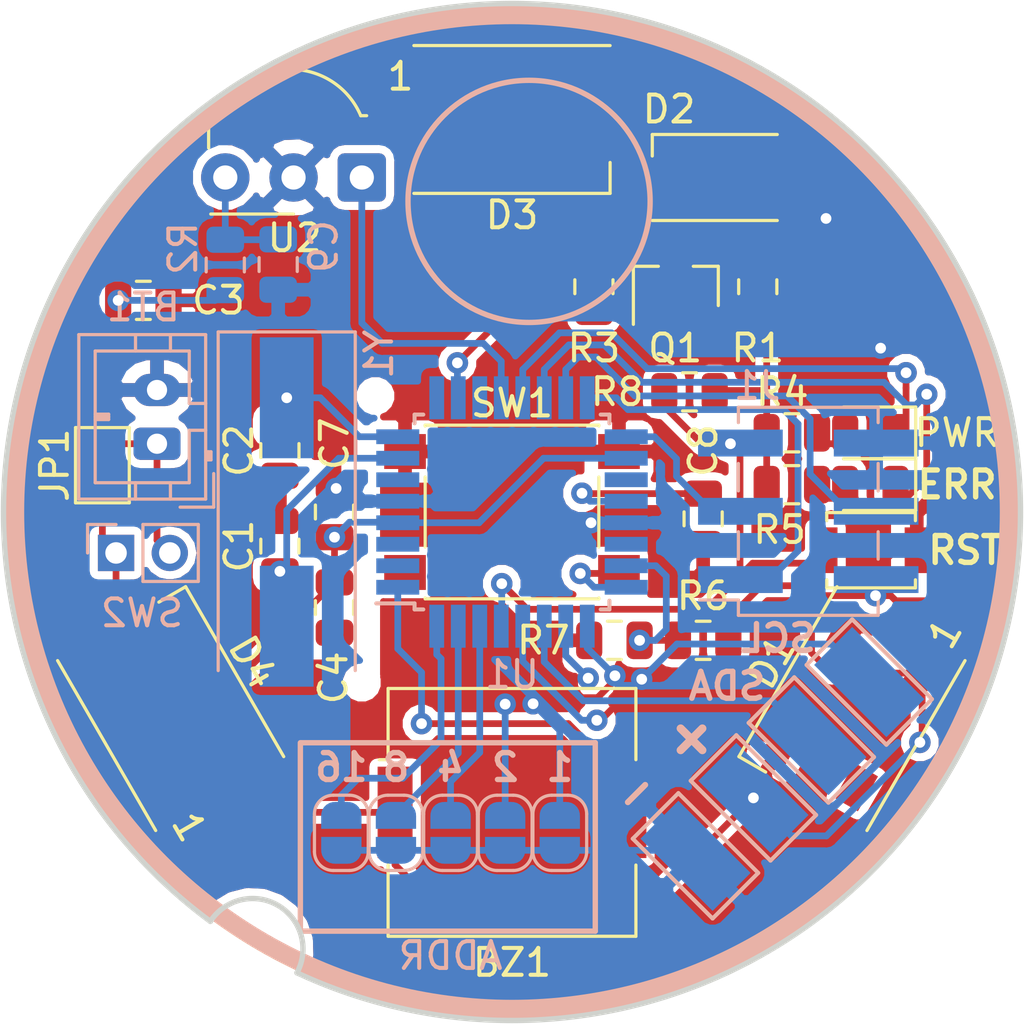
<source format=kicad_pcb>
(kicad_pcb (version 20171130) (host pcbnew 5.0.2+dfsg1-1~bpo9+1)
  (layers (0 F.Cu signal) (31 B.Cu signal) (34 B.Paste user) (35 F.Paste user) (36 B.SilkS user) (37 F.SilkS user) (38 B.Mask user) (39 F.Mask user) (44 Edge.Cuts user))
  (net 0 "")
  (net 1 "Net-(U1-Pad3)")
  (net 2 +BATT)
  (net 3 GND)
  (net 4 "Net-(U1-Pad6)")
  (net 5 "Net-(C1-Pad2)")
  (net 6 "Net-(C2-Pad1)")
  (net 7 "Net-(U1-Pad11)")
  (net 8 /MOSI)
  (net 9 /MISO)
  (net 10 /SCK)
  (net 11 "Net-(U1-Pad19)")
  (net 12 "Net-(U1-Pad22)")
  (net 13 "Net-(D1-Pad4)")
  (net 14 "Net-(D1-Pad2)")
  (net 15 "Net-(D3-Pad2)")
  (net 16 "Net-(D4-Pad2)")
  (net 17 "Net-(D2-Pad1)")
  (net 18 "Net-(D2-Pad2)")
  (net 19 /RESET)
  (net 20 "Net-(Q1-Pad1)")
  (net 21 "Net-(BT1-Pad1)")
  (net 22 "Net-(C8-Pad1)")
  (net 23 /SDA)
  (net 24 /SCL)
  (net 25 /BZR)
  (net 26 "Net-(JP5-Pad1)")
  (net 27 "Net-(JP6-Pad1)")
  (net 28 /IR_LED)
  (net 29 /IR_IN)
  (net 30 /BAT_SENS)
  (net 31 "Net-(JP2-Pad1)")
  (net 32 "Net-(JP3-Pad1)")
  (net 33 "Net-(JP4-Pad1)")
  (net 34 "Net-(C9-Pad1)")
  (net 35 /BTN)
  (net 36 "Net-(D6-Pad2)")
  (net 37 "Net-(D5-Pad2)")
  (net 38 "Net-(D6-Pad1)")
  (net 39 "Net-(D5-Pad1)")
  (net 40 "Net-(U1-Pad9)")
  (net 41 "Net-(U1-Pad2)")
  (module Buzzer_Beeper:Buzzer_Murata_PKMCS0909E4000-R1 (layer F.Cu) (at 152.4 81.026)
    (fp_text reference BZ1 (at 0 5.588) (layer F.SilkS))
    (fp_text value 490-9647-1-ND)
    (pad 2 smd rect (at 4.35 0) (size 1.3 3.4) (layers F.Cu F.Paste F.Mask) (net 25 /BZR))
    (pad 1 smd rect (at -4.35 0) (size 1.3 3.4) (layers F.Cu F.Paste F.Mask) (net 2 +BATT))
  )
  (module Resistor_SMD:R_0805_2012Metric (layer F.Cu) (at 159.004 65.3796)
    (fp_text reference R8 (at -2.6924 0) (layer F.SilkS))
    (fp_text value 100k)
    (pad 1 smd roundrect (at -0.9375 0) (size 0.975 1.4) (layers F.Cu F.Paste F.Mask) (net 19 /RESET))
    (pad 2 smd roundrect (at 0.9375 0) (size 0.975 1.4) (layers F.Cu F.Paste F.Mask) (net 2 +BATT))
  )
  (module Resistor_SMD:R_0805_2012Metric (layer F.Cu) (at 159.512 74.6252)
    (fp_text reference R6 (at 0 -1.65) (layer F.SilkS))
    (fp_text value 100k)
    (pad 2 smd roundrect (at 0.9375 0) (size 0.975 1.4) (layers F.Cu F.Paste F.Mask) (net 2 +BATT))
    (pad 1 smd roundrect (at -0.9375 0) (size 0.975 1.4) (layers F.Cu F.Paste F.Mask) (net 30 /BAT_SENS))
  )
  (module Resistor_SMD:R_0805_2012Metric (layer F.Cu) (at 156.21 74.6252 180)
    (fp_text reference R7 (at 2.6416 0 180) (layer F.SilkS))
    (fp_text value 30k)
    (pad 1 smd roundrect (at -0.9375 0 180) (size 0.975 1.4) (layers F.Cu F.Paste F.Mask) (net 30 /BAT_SENS))
    (pad 2 smd roundrect (at 0.9375 0 180) (size 0.975 1.4) (layers F.Cu F.Paste F.Mask) (net 3 GND))
  )
  (module Button_Switch_SMD:SW_SPST_B3U-1000P (layer F.Cu) (at 165.7604 71.2724 180)
    (fp_text reference SW3 hide)
    (fp_text value SW_Push)
    (pad 1 smd rect (at -1.7 0 180) (size 0.9 1.7) (layers F.Cu F.Paste F.Mask) (net 3 GND))
    (pad 2 smd rect (at 1.7 0 180) (size 0.9 1.7) (layers F.Cu F.Paste F.Mask) (net 19 /RESET))
  )
  (module LED_SMD:LED_0805_2012Metric (layer F.Cu) (at 165.735 68.834 180)
    (fp_text reference D6 hide)
    (fp_text value LED)
    (pad 2 smd roundrect (at 0.9375 0 180) (size 0.975 1.4) (layers F.Cu F.Paste F.Mask) (net 36 "Net-(D6-Pad2)"))
    (pad 1 smd roundrect (at -0.9375 0 180) (size 0.975 1.4) (layers F.Cu F.Paste F.Mask) (net 38 "Net-(D6-Pad1)"))
  )
  (module LED_SMD:LED_0805_2012Metric (layer F.Cu) (at 165.735 66.9036 180)
    (fp_text reference D5 hide)
    (fp_text value LED)
    (pad 1 smd roundrect (at -0.9375 0 180) (size 0.975 1.4) (layers F.Cu F.Paste F.Mask) (net 39 "Net-(D5-Pad1)"))
    (pad 2 smd roundrect (at 0.9375 0 180) (size 0.975 1.4) (layers F.Cu F.Paste F.Mask) (net 37 "Net-(D5-Pad2)"))
  )
  (module Resistor_SMD:R_0805_2012Metric (layer F.Cu) (at 162.814 66.9036)
    (fp_text reference R4 (at -0.3556 -1.524 180) (layer F.SilkS))
    (fp_text value 470R)
    (pad 2 smd roundrect (at 0.9375 0) (size 0.975 1.4) (layers F.Cu F.Paste F.Mask) (net 37 "Net-(D5-Pad2)"))
    (pad 1 smd roundrect (at -0.9375 0) (size 0.975 1.4) (layers F.Cu F.Paste F.Mask) (net 2 +BATT))
  )
  (module Resistor_SMD:R_0805_2012Metric (layer F.Cu) (at 162.814 68.834)
    (fp_text reference R5 (at -0.4572 1.6764) (layer F.SilkS))
    (fp_text value 470R)
    (pad 1 smd roundrect (at -0.9375 0) (size 0.975 1.4) (layers F.Cu F.Paste F.Mask) (net 2 +BATT))
    (pad 2 smd roundrect (at 0.9375 0) (size 0.975 1.4) (layers F.Cu F.Paste F.Mask) (net 36 "Net-(D6-Pad2)"))
  )
  (module Logo:Logo (layer B.Cu) (at 153.035 58.293)
    (fp_text reference SYM1 hide)
    (fp_text value SYM_Radioactive_Radiation_Small hide)
  )
  (module Resistor_SMD:R_0805_2012Metric (layer F.Cu) (at 155.448 61.468 90)
    (fp_text reference R3 (at -2.286 0 180) (layer F.SilkS))
    (fp_text value 470R)
    (pad 2 smd roundrect (at 0.9375 0 90) (size 0.975 1.4) (layers F.Cu F.Paste F.Mask) (net 28 /IR_LED))
    (pad 1 smd roundrect (at -0.9375 0 90) (size 0.975 1.4) (layers F.Cu F.Paste F.Mask) (net 20 "Net-(Q1-Pad1)"))
  )
  (module Connector_PinHeader_2.54mm:PinHeader_2x03_P2.54mm_Vertical_SMD (layer B.Cu) (at 163.4236 69.8246)
    (fp_text reference J1 (at -1.905 -4.6736) (layer B.SilkS) (effects (justify mirror)))
    (fp_text value Conn_02x03_Odd_Even)
    (pad 6 smd rect (at 2.525 -2.54) (size 3.15 1) (layers B.Cu B.Paste B.Mask) (net 3 GND))
    (pad 5 smd rect (at -2.525 -2.54) (size 3.15 1) (layers B.Cu B.Paste B.Mask) (net 19 /RESET))
    (pad 4 smd rect (at 2.525 0) (size 3.15 1) (layers B.Cu B.Paste B.Mask) (net 8 /MOSI))
    (pad 3 smd rect (at -2.525 0) (size 3.15 1) (layers B.Cu B.Paste B.Mask) (net 10 /SCK))
    (pad 2 smd rect (at 2.525 2.54) (size 3.15 1) (layers B.Cu B.Paste B.Mask) (net 2 +BATT))
    (pad 1 smd rect (at -2.525 2.54) (size 3.15 1) (layers B.Cu B.Paste B.Mask) (net 9 /MISO))
  )
  (module Capacitor_SMD:C_0805_2012Metric (layer B.Cu) (at 143.7005 60.6425 270)
    (fp_text reference C9 (at -0.6731 -1.6891 270) (layer B.SilkS) (effects (justify mirror)))
    (fp_text value 1uF)
    (pad 2 smd roundrect (at 0.9375 0 270) (size 0.975 1.4) (layers B.Cu B.Paste B.Mask) (net 3 GND))
    (pad 1 smd roundrect (at -0.9375 0 270) (size 0.975 1.4) (layers B.Cu B.Paste B.Mask) (net 34 "Net-(C9-Pad1)"))
  )
  (module Resistor_SMD:R_0805_2012Metric (layer B.Cu) (at 141.732 60.657499 90)
    (fp_text reference R2 (at 0.611899 -1.5748 90) (layer B.SilkS) (effects (justify mirror)))
    (fp_text value 100R)
    (pad 2 smd roundrect (at 0.9375 0 90) (size 0.975 1.4) (layers B.Cu B.Paste B.Mask) (net 34 "Net-(C9-Pad1)"))
    (pad 1 smd roundrect (at -0.9375 0 90) (size 0.975 1.4) (layers B.Cu B.Paste B.Mask) (net 2 +BATT))
  )
  (module Jumper:SolderJumper-2_P1.3mm_Open_RoundedPad1.0x1.5mm (layer B.Cu) (at 154.178 81.788 270)
    (fp_text reference JP2 hide)
    (fp_text value SolderJumper_2_Open)
    (pad 2 smd custom (at 0.65 0 270) (size 1 0.5) (layers B.Cu B.Mask) (net 3 GND) (options (clearance outline) (anchor rect)) (primitives (gr_circle (center 0 -0.25) (end 0.5 -0.25) (width 0)) (gr_circle (center 0 0.25) (end 0.5 0.25) (width 0)) (gr_poly (pts (xy 0 0.75) (xy -0.5 0.75) (xy -0.5 -0.75) (xy 0 -0.75)) (width 0))))
    (pad 1 smd custom (at -0.65 0 270) (size 1 0.5) (layers B.Cu B.Mask) (net 31 "Net-(JP2-Pad1)") (options (clearance outline) (anchor rect)) (primitives (gr_circle (center 0 -0.25) (end 0.5 -0.25) (width 0)) (gr_circle (center 0 0.25) (end 0.5 0.25) (width 0)) (gr_poly (pts (xy 0 0.75) (xy 0.5 0.75) (xy 0.5 -0.75) (xy 0 -0.75)) (width 0))))
  )
  (module Jumper:SolderJumper-2_P1.3mm_Open_RoundedPad1.0x1.5mm (layer B.Cu) (at 150.114 81.788 270)
    (fp_text reference JP4 hide)
    (fp_text value SolderJumper_2_Open)
    (pad 2 smd custom (at 0.65 0 270) (size 1 0.5) (layers B.Cu B.Mask) (net 3 GND) (options (clearance outline) (anchor rect)) (primitives (gr_circle (center 0 -0.25) (end 0.5 -0.25) (width 0)) (gr_circle (center 0 0.25) (end 0.5 0.25) (width 0)) (gr_poly (pts (xy 0 0.75) (xy -0.5 0.75) (xy -0.5 -0.75) (xy 0 -0.75)) (width 0))))
    (pad 1 smd custom (at -0.65 0 270) (size 1 0.5) (layers B.Cu B.Mask) (net 33 "Net-(JP4-Pad1)") (options (clearance outline) (anchor rect)) (primitives (gr_circle (center 0 -0.25) (end 0.5 -0.25) (width 0)) (gr_circle (center 0 0.25) (end 0.5 0.25) (width 0)) (gr_poly (pts (xy 0 0.75) (xy 0.5 0.75) (xy 0.5 -0.75) (xy 0 -0.75)) (width 0))))
  )
  (module Jumper:SolderJumper-2_P1.3mm_Open_RoundedPad1.0x1.5mm (layer B.Cu) (at 152.146 81.788 270)
    (fp_text reference JP3 hide)
    (fp_text value SolderJumper_2_Open)
    (pad 2 smd custom (at 0.65 0 270) (size 1 0.5) (layers B.Cu B.Mask) (net 3 GND) (options (clearance outline) (anchor rect)) (primitives (gr_circle (center 0 -0.25) (end 0.5 -0.25) (width 0)) (gr_circle (center 0 0.25) (end 0.5 0.25) (width 0)) (gr_poly (pts (xy 0 0.75) (xy -0.5 0.75) (xy -0.5 -0.75) (xy 0 -0.75)) (width 0))))
    (pad 1 smd custom (at -0.65 0 270) (size 1 0.5) (layers B.Cu B.Mask) (net 32 "Net-(JP3-Pad1)") (options (clearance outline) (anchor rect)) (primitives (gr_circle (center 0 -0.25) (end 0.5 -0.25) (width 0)) (gr_circle (center 0 0.25) (end 0.5 0.25) (width 0)) (gr_poly (pts (xy 0 0.75) (xy 0.5 0.75) (xy 0.5 -0.75) (xy 0 -0.75)) (width 0))))
  )
  (module Jumper:SolderJumper-2_P1.3mm_Open_RoundedPad1.0x1.5mm (layer B.Cu) (at 146.05 81.788 270)
    (fp_text reference JP6 hide)
    (fp_text value SolderJumper_2_Open)
    (pad 2 smd custom (at 0.65 0 270) (size 1 0.5) (layers B.Cu B.Mask) (net 3 GND) (options (clearance outline) (anchor rect)) (primitives (gr_circle (center 0 -0.25) (end 0.5 -0.25) (width 0)) (gr_circle (center 0 0.25) (end 0.5 0.25) (width 0)) (gr_poly (pts (xy 0 0.75) (xy -0.5 0.75) (xy -0.5 -0.75) (xy 0 -0.75)) (width 0))))
    (pad 1 smd custom (at -0.65 0 270) (size 1 0.5) (layers B.Cu B.Mask) (net 27 "Net-(JP6-Pad1)") (options (clearance outline) (anchor rect)) (primitives (gr_circle (center 0 -0.25) (end 0.5 -0.25) (width 0)) (gr_circle (center 0 0.25) (end 0.5 0.25) (width 0)) (gr_poly (pts (xy 0 0.75) (xy 0.5 0.75) (xy 0.5 -0.75) (xy 0 -0.75)) (width 0))))
  )
  (module Jumper:SolderJumper-2_P1.3mm_Open_RoundedPad1.0x1.5mm (layer B.Cu) (at 148.082 81.788 270)
    (fp_text reference JP5 hide)
    (fp_text value SolderJumper_2_Open)
    (pad 2 smd custom (at 0.65 0 270) (size 1 0.5) (layers B.Cu B.Mask) (net 3 GND) (options (clearance outline) (anchor rect)) (primitives (gr_circle (center 0 -0.25) (end 0.5 -0.25) (width 0)) (gr_circle (center 0 0.25) (end 0.5 0.25) (width 0)) (gr_poly (pts (xy 0 0.75) (xy -0.5 0.75) (xy -0.5 -0.75) (xy 0 -0.75)) (width 0))))
    (pad 1 smd custom (at -0.65 0 270) (size 1 0.5) (layers B.Cu B.Mask) (net 26 "Net-(JP5-Pad1)") (options (clearance outline) (anchor rect)) (primitives (gr_circle (center 0 -0.25) (end 0.5 -0.25) (width 0)) (gr_circle (center 0 0.25) (end 0.5 0.25) (width 0)) (gr_poly (pts (xy 0 0.75) (xy 0.5 0.75) (xy 0.5 -0.75) (xy 0 -0.75)) (width 0))))
  )
  (module TestPoint:TestPoint_Keystone_5019_Minature (layer B.Cu) (at 159.227185 82.642446 135)
    (fp_text reference TP4 hide)
    (fp_text value TestPoint)
    (pad 1 smd rect (at 0 0 135) (size 3.8 2) (layers B.Cu B.Paste B.Mask) (net 3 GND))
  )
  (module TestPoint:TestPoint_Keystone_5019_Minature (layer B.Cu) (at 163.537708 78.331923 135)
    (fp_text reference TP2 hide)
    (fp_text value TestPoint)
    (pad 1 smd rect (at 0 0 135) (size 3.8 2) (layers B.Cu B.Paste B.Mask) (net 23 /SDA))
  )
  (module TestPoint:TestPoint_Keystone_5019_Minature (layer B.Cu) (at 165.692969 76.176662 135)
    (fp_text reference TP3 hide)
    (fp_text value TestPoint)
    (pad 1 smd rect (at 0 0 135) (size 3.8 2) (layers B.Cu B.Paste B.Mask) (net 24 /SCL))
  )
  (module TestPoint:TestPoint_Keystone_5019_Minature (layer B.Cu) (at 161.382446 80.487185 135)
    (fp_text reference TP1 hide)
    (fp_text value TestPoint)
    (pad 1 smd rect (at 0 0 135) (size 3.8 2) (layers B.Cu B.Paste B.Mask) (net 2 +BATT))
  )
  (module Capacitor_SMD:C_0805_2012Metric (layer F.Cu) (at 159.512 70.104 270)
    (fp_text reference C8 (at -2.54 0 270) (layer F.SilkS))
    (fp_text value 0.1uF)
    (pad 2 smd roundrect (at 0.9375 0 270) (size 0.975 1.4) (layers F.Cu F.Paste F.Mask) (net 3 GND))
    (pad 1 smd roundrect (at -0.9375 0 270) (size 0.975 1.4) (layers F.Cu F.Paste F.Mask) (net 22 "Net-(C8-Pad1)"))
  )
  (module Capacitor_SMD:C_0805_2012Metric (layer F.Cu) (at 143.764 71.12 270)
    (fp_text reference C1 (at 0 1.524 270) (layer F.SilkS))
    (fp_text value C_Small)
    (pad 2 smd roundrect (at 0.9375 0 270) (size 0.975 1.4) (layers F.Cu F.Paste F.Mask) (net 5 "Net-(C1-Pad2)"))
    (pad 1 smd roundrect (at -0.9375 0 270) (size 0.975 1.4) (layers F.Cu F.Paste F.Mask) (net 3 GND))
  )
  (module Capacitor_SMD:C_0805_2012Metric (layer F.Cu) (at 143.764 67.564 270)
    (fp_text reference C2 (at 0 1.524 270) (layer F.SilkS))
    (fp_text value C_Small)
    (pad 2 smd roundrect (at 0.9375 0 270) (size 0.975 1.4) (layers F.Cu F.Paste F.Mask) (net 3 GND))
    (pad 1 smd roundrect (at -0.9375 0 270) (size 0.975 1.4) (layers F.Cu F.Paste F.Mask) (net 6 "Net-(C2-Pad1)"))
  )
  (module Connector_PinHeader_2.00mm:PinHeader_1x02_P2.00mm_Vertical (layer B.Cu) (at 137.668 71.374 270)
    (fp_text reference SW2 (at 2.2352 -0.9652) (layer B.SilkS) (effects (justify mirror)))
    (fp_text value SW_SPST)
    (pad 2 thru_hole oval (at 0 -2 270) (size 1.35 1.35) (drill 0.8) (layers *.Cu *.Mask) (net 21 "Net-(BT1-Pad1)"))
    (pad 1 thru_hole rect (at 0 0 270) (size 1.35 1.35) (drill 0.8) (layers *.Cu *.Mask) (net 2 +BATT))
  )
  (module Jumper:SolderJumper-2_P1.3mm_Open_TrianglePad1.0x1.5mm (layer F.Cu) (at 137.16 68.109001 270)
    (fp_text reference JP1 (at 0 1.778 270) (layer F.SilkS))
    (fp_text value SolderJumper_2_Open)
    (pad 1 smd custom (at -0.725 0 270) (size 0.3 0.3) (layers F.Cu F.Mask) (net 21 "Net-(BT1-Pad1)") (options (clearance outline) (anchor rect)) (primitives (gr_poly (pts (xy -0.5 -0.75) (xy 0.5 -0.75) (xy 1 0) (xy 0.5 0.75) (xy -0.5 0.75)) (width 0))))
    (pad 2 smd custom (at 0.725 0 270) (size 0.3 0.3) (layers F.Cu F.Mask) (net 2 +BATT) (options (clearance outline) (anchor rect)) (primitives (gr_poly (pts (xy -0.65 -0.75) (xy 0.5 -0.75) (xy 0.5 0.75) (xy -0.65 0.75) (xy -0.15 0)) (width 0))))
  )
  (module Capacitor_SMD:C_0805_2012Metric (layer F.Cu) (at 145.796 69.85 90)
    (fp_text reference C7 (at 2.54 0 90) (layer F.SilkS))
    (fp_text value 0.1uF)
    (pad 2 smd roundrect (at 0.9375 0 90) (size 0.975 1.4) (layers F.Cu F.Paste F.Mask) (net 3 GND))
    (pad 1 smd roundrect (at -0.9375 0 90) (size 0.975 1.4) (layers F.Cu F.Paste F.Mask) (net 2 +BATT))
  )
  (module Capacitor_SMD:C_0805_2012Metric (layer F.Cu) (at 138.684 61.976)
    (fp_text reference C3 (at 2.794 0) (layer F.SilkS))
    (fp_text value 10uF)
    (pad 2 smd roundrect (at 0.9375 0) (size 0.975 1.4) (layers F.Cu F.Paste F.Mask) (net 3 GND))
    (pad 1 smd roundrect (at -0.9375 0) (size 0.975 1.4) (layers F.Cu F.Paste F.Mask) (net 2 +BATT))
  )
  (module Capacitor_SMD:C_0805_2012Metric (layer F.Cu) (at 145.796 73.406 270)
    (fp_text reference C4 (at 2.614734 0.043148 270) (layer F.SilkS))
    (fp_text value 1uF)
    (pad 2 smd roundrect (at 0.9375 0 270) (size 0.975 1.4) (layers F.Cu F.Paste F.Mask) (net 3 GND))
    (pad 1 smd roundrect (at -0.9375 0 270) (size 0.975 1.4) (layers F.Cu F.Paste F.Mask) (net 2 +BATT))
  )
  (module OptoDevice:Vishay_MOLD-3Pin (layer F.Cu) (at 146.812 57.404 180)
    (fp_text reference U2 (at 2.5 -2.25) (layer F.SilkS))
    (fp_text value TSOP4840-ND)
    (pad 3 thru_hole circle (at 5.08 0 180) (size 1.8 1.8) (drill 0.9) (layers *.Cu *.Mask) (net 34 "Net-(C9-Pad1)"))
    (pad 2 thru_hole circle (at 2.54 0 180) (size 1.8 1.8) (drill 0.9) (layers *.Cu *.Mask) (net 3 GND))
    (pad 1 thru_hole roundrect (at 0 0 180) (size 1.8 1.8) (drill 0.9) (layers *.Cu *.Mask) (roundrect_rratio 0.138) (net 29 /IR_IN))
  )
  (module Package_TO_SOT_SMD:SOT-23 (layer F.Cu) (at 158.496 61.468 90)
    (fp_text reference Q1 (at -2.286 -0.0254 180) (layer F.SilkS))
    (fp_text value Q_NPN_BEC)
    (pad 3 smd rect (at 1 0 90) (size 0.9 0.8) (layers F.Cu F.Paste F.Mask) (net 17 "Net-(D2-Pad1)"))
    (pad 2 smd rect (at -1 0.95 90) (size 0.9 0.8) (layers F.Cu F.Paste F.Mask) (net 3 GND))
    (pad 1 smd rect (at -1 -0.95 90) (size 0.9 0.8) (layers F.Cu F.Paste F.Mask) (net 20 "Net-(Q1-Pad1)"))
  )
  (module Resistor_SMD:R_0805_2012Metric (layer F.Cu) (at 161.544 61.468 90)
    (fp_text reference R1 (at -2.286 0) (layer F.SilkS))
    (fp_text value 49R)
    (pad 2 smd roundrect (at 0.9375 0 90) (size 0.975 1.4) (layers F.Cu F.Paste F.Mask) (net 18 "Net-(D2-Pad2)"))
    (pad 1 smd roundrect (at -0.9375 0 90) (size 0.975 1.4) (layers F.Cu F.Paste F.Mask) (net 2 +BATT))
  )
  (module Connector_JST:JST_PH_B2B-PH-K_1x02_P2.00mm_Vertical (layer B.Cu) (at 139.192 67.31 90)
    (fp_text reference BT1 (at 5.08 -0.508) (layer B.SilkS) (effects (justify mirror)))
    (fp_text value Battery)
    (pad 2 thru_hole oval (at 2 0 90) (size 1.2 1.75) (drill 0.75) (layers *.Cu *.Mask) (net 3 GND))
    (pad 1 thru_hole roundrect (at 0 0 90) (size 1.2 1.75) (drill 0.75) (layers *.Cu *.Mask) (roundrect_rratio 0.208333) (net 21 "Net-(BT1-Pad1)"))
  )
  (module Button_Switch_SMD:SW_SPST_PTS645 (layer F.Cu) (at 152.4 69.85)
    (fp_text reference SW1 (at 0 -4.05) (layer F.SilkS))
    (fp_text value SW_Push)
    (pad 2 smd rect (at 3.98 2.25) (size 1.55 1.3) (layers F.Cu F.Paste F.Mask) (net 35 /BTN))
    (pad 1 smd rect (at 3.98 -2.25) (size 1.55 1.3) (layers F.Cu F.Paste F.Mask) (net 3 GND))
    (pad 1 smd rect (at -3.98 -2.25) (size 1.55 1.3) (layers F.Cu F.Paste F.Mask) (net 3 GND))
    (pad 2 smd rect (at -3.98 2.25) (size 1.55 1.3) (layers F.Cu F.Paste F.Mask) (net 35 /BTN))
  )
  (module Crystal:Crystal_SMD_HC49-SD (layer B.Cu) (at 144.018 69.85 270)
    (fp_text reference Y1 (at -5.8674 -3.429 90) (layer B.SilkS) (effects (justify mirror)))
    (fp_text value 535-10212-1-ND)
    (pad 2 smd rect (at 4.25 0 270) (size 4.5 2) (layers B.Cu B.Paste B.Mask) (net 5 "Net-(C1-Pad2)"))
    (pad 1 smd rect (at -4.25 0 270) (size 4.5 2) (layers B.Cu B.Paste B.Mask) (net 6 "Net-(C2-Pad1)"))
  )
  (module LED_SMD:LED_PLCC-2 (layer F.Cu) (at 160.02 57.404)
    (fp_text reference D2 (at -1.778 -2.54) (layer F.SilkS))
    (fp_text value 475-2866-1-ND)
    (pad 2 smd rect (at 1.5 0) (size 1.5 2.6) (layers F.Cu F.Paste F.Mask) (net 18 "Net-(D2-Pad2)"))
    (pad 1 smd rect (at -1.5 0) (size 1.5 2.6) (layers F.Cu F.Paste F.Mask) (net 17 "Net-(D2-Pad1)"))
  )
  (module LED_SMD:LED_WS2812B_PLCC4_5.0x5.0mm_P3.2mm (layer F.Cu) (at 139.7 77.1652 120)
    (fp_text reference D4 (at -0.028201 3.503245 120) (layer F.SilkS))
    (fp_text value WS2812B)
    (fp_text user 1 (at -4.15 -1.6 120) (layer F.SilkS))
    (pad 1 smd rect (at -2.45 -1.6 120) (size 1.5 1) (layers F.Cu F.Paste F.Mask) (net 2 +BATT))
    (pad 2 smd rect (at -2.45 1.6 120) (size 1.5 1) (layers F.Cu F.Paste F.Mask) (net 16 "Net-(D4-Pad2)"))
    (pad 4 smd rect (at 2.45 -1.6 120) (size 1.5 1) (layers F.Cu F.Paste F.Mask) (net 15 "Net-(D3-Pad2)"))
    (pad 3 smd rect (at 2.45 1.6 120) (size 1.5 1) (layers F.Cu F.Paste F.Mask) (net 3 GND))
  )
  (module LED_SMD:LED_WS2812B_PLCC4_5.0x5.0mm_P3.2mm (layer F.Cu) (at 152.4 55.245)
    (fp_text reference D3 (at 0 3.556) (layer F.SilkS))
    (fp_text value WS2812B)
    (fp_text user 1 (at -4.15 -1.6) (layer F.SilkS))
    (pad 1 smd rect (at -2.45 -1.6) (size 1.5 1) (layers F.Cu F.Paste F.Mask) (net 2 +BATT))
    (pad 2 smd rect (at -2.45 1.6) (size 1.5 1) (layers F.Cu F.Paste F.Mask) (net 15 "Net-(D3-Pad2)"))
    (pad 4 smd rect (at 2.45 -1.6) (size 1.5 1) (layers F.Cu F.Paste F.Mask) (net 14 "Net-(D1-Pad2)"))
    (pad 3 smd rect (at 2.45 1.6) (size 1.5 1) (layers F.Cu F.Paste F.Mask) (net 3 GND))
  )
  (module LED_SMD:LED_WS2812B_PLCC4_5.0x5.0mm_P3.2mm (layer F.Cu) (at 165.0492 77.1652 240)
    (fp_text reference D1 (at 0.002801 3.459251 240) (layer F.SilkS))
    (fp_text value WS2812B)
    (fp_text user 1 (at -4.15 -1.6 240) (layer F.SilkS))
    (pad 1 smd rect (at -2.45 -1.6 240) (size 1.5 1) (layers F.Cu F.Paste F.Mask) (net 2 +BATT))
    (pad 2 smd rect (at -2.45 1.6 240) (size 1.5 1) (layers F.Cu F.Paste F.Mask) (net 14 "Net-(D1-Pad2)"))
    (pad 4 smd rect (at 2.45 -1.6 240) (size 1.5 1) (layers F.Cu F.Paste F.Mask) (net 13 "Net-(D1-Pad4)"))
    (pad 3 smd rect (at 2.45 1.6 240) (size 1.5 1) (layers F.Cu F.Paste F.Mask) (net 3 GND))
  )
  (module Package_QFP:TQFP-32_7x7mm_P0.8mm (layer B.Cu) (at 152.4 69.85)
    (fp_text reference U1 (at 0 6.05) (layer B.SilkS) (effects (justify mirror)))
    (fp_text value ATMEGA328PB-AURCT-ND)
    (pad 32 smd rect (at -2.8 4.25 270) (size 1.6 0.55) (layers B.Cu B.Paste B.Mask) (net 27 "Net-(JP6-Pad1)"))
    (pad 31 smd rect (at -2 4.25 270) (size 1.6 0.55) (layers B.Cu B.Paste B.Mask) (net 26 "Net-(JP5-Pad1)"))
    (pad 30 smd rect (at -1.2 4.25 270) (size 1.6 0.55) (layers B.Cu B.Paste B.Mask) (net 33 "Net-(JP4-Pad1)"))
    (pad 29 smd rect (at -0.4 4.25 270) (size 1.6 0.55) (layers B.Cu B.Paste B.Mask) (net 19 /RESET))
    (pad 28 smd rect (at 0.4 4.25 270) (size 1.6 0.55) (layers B.Cu B.Paste B.Mask) (net 24 /SCL))
    (pad 27 smd rect (at 1.2 4.25 270) (size 1.6 0.55) (layers B.Cu B.Paste B.Mask) (net 23 /SDA))
    (pad 26 smd rect (at 2 4.25 270) (size 1.6 0.55) (layers B.Cu B.Paste B.Mask) (net 32 "Net-(JP3-Pad1)"))
    (pad 25 smd rect (at 2.8 4.25 270) (size 1.6 0.55) (layers B.Cu B.Paste B.Mask) (net 31 "Net-(JP2-Pad1)"))
    (pad 24 smd rect (at 4.25 2.8) (size 1.6 0.55) (layers B.Cu B.Paste B.Mask) (net 35 /BTN))
    (pad 23 smd rect (at 4.25 2) (size 1.6 0.55) (layers B.Cu B.Paste B.Mask) (net 30 /BAT_SENS))
    (pad 22 smd rect (at 4.25 1.2) (size 1.6 0.55) (layers B.Cu B.Paste B.Mask) (net 12 "Net-(U1-Pad22)"))
    (pad 21 smd rect (at 4.25 0.4) (size 1.6 0.55) (layers B.Cu B.Paste B.Mask) (net 3 GND))
    (pad 20 smd rect (at 4.25 -0.4) (size 1.6 0.55) (layers B.Cu B.Paste B.Mask) (net 22 "Net-(C8-Pad1)"))
    (pad 19 smd rect (at 4.25 -1.2) (size 1.6 0.55) (layers B.Cu B.Paste B.Mask) (net 11 "Net-(U1-Pad19)"))
    (pad 18 smd rect (at 4.25 -2) (size 1.6 0.55) (layers B.Cu B.Paste B.Mask) (net 2 +BATT))
    (pad 17 smd rect (at 4.25 -2.8) (size 1.6 0.55) (layers B.Cu B.Paste B.Mask) (net 10 /SCK))
    (pad 16 smd rect (at 2.8 -4.25 270) (size 1.6 0.55) (layers B.Cu B.Paste B.Mask) (net 9 /MISO))
    (pad 15 smd rect (at 2 -4.25 270) (size 1.6 0.55) (layers B.Cu B.Paste B.Mask) (net 8 /MOSI))
    (pad 14 smd rect (at 1.2 -4.25 270) (size 1.6 0.55) (layers B.Cu B.Paste B.Mask) (net 38 "Net-(D6-Pad1)"))
    (pad 13 smd rect (at 0.4 -4.25 270) (size 1.6 0.55) (layers B.Cu B.Paste B.Mask) (net 39 "Net-(D5-Pad1)"))
    (pad 12 smd rect (at -0.4 -4.25 270) (size 1.6 0.55) (layers B.Cu B.Paste B.Mask) (net 29 /IR_IN))
    (pad 11 smd rect (at -1.2 -4.25 270) (size 1.6 0.55) (layers B.Cu B.Paste B.Mask) (net 7 "Net-(U1-Pad11)"))
    (pad 10 smd rect (at -2 -4.25 270) (size 1.6 0.55) (layers B.Cu B.Paste B.Mask) (net 28 /IR_LED))
    (pad 9 smd rect (at -2.8 -4.25 270) (size 1.6 0.55) (layers B.Cu B.Paste B.Mask) (net 40 "Net-(U1-Pad9)"))
    (pad 8 smd rect (at -4.25 -2.8) (size 1.6 0.55) (layers B.Cu B.Paste B.Mask) (net 6 "Net-(C2-Pad1)"))
    (pad 7 smd rect (at -4.25 -2) (size 1.6 0.55) (layers B.Cu B.Paste B.Mask) (net 5 "Net-(C1-Pad2)"))
    (pad 6 smd rect (at -4.25 -1.2) (size 1.6 0.55) (layers B.Cu B.Paste B.Mask) (net 4 "Net-(U1-Pad6)"))
    (pad 5 smd rect (at -4.25 -0.4) (size 1.6 0.55) (layers B.Cu B.Paste B.Mask) (net 3 GND))
    (pad 4 smd rect (at -4.25 0.4) (size 1.6 0.55) (layers B.Cu B.Paste B.Mask) (net 2 +BATT))
    (pad 3 smd rect (at -4.25 1.2) (size 1.6 0.55) (layers B.Cu B.Paste B.Mask) (net 1 "Net-(U1-Pad3)"))
    (pad 2 smd rect (at -4.25 2) (size 1.6 0.55) (layers B.Cu B.Paste B.Mask) (net 41 "Net-(U1-Pad2)"))
    (pad 1 smd rect (at -4.25 2.8) (size 1.6 0.55) (layers B.Cu B.Paste B.Mask) (net 25 /BZR))
  )
  (gr_text ADDR (at 150.114 86.36) (layer B.SilkS) (effects (font (size 1 1)) (justify mirror)))
  (gr_line (start 144.526 85.4456) (end 144.526 78.4352) (layer B.SilkS) (width 0.2))
  (gr_line (start 155.4988 85.4456) (end 144.526 85.4456) (layer B.SilkS) (width 0.2))
  (gr_line (start 155.4988 78.4352) (end 155.4988 85.4456) (layer B.SilkS) (width 0.2))
  (gr_line (start 144.5768 78.4352) (end 155.4988 78.4352) (layer B.SilkS) (width 0.2))
  (gr_text 16 (at 146.05 79.3496) (layer B.SilkS) (effects (font (size 1 1) (thickness 0.2)) (justify mirror)))
  (gr_text 8 (at 148.082 79.3496) (layer B.SilkS) (effects (font (size 1 1) (thickness 0.2)) (justify mirror)))
  (gr_text 4 (at 150.114 79.3496) (layer B.SilkS) (effects (font (size 1 1) (thickness 0.2)) (justify mirror)))
  (gr_text 2 (at 152.146 79.3496) (layer B.SilkS) (effects (font (size 1 1) (thickness 0.2)) (justify mirror)))
  (gr_text 1 (at 154.178 79.3496) (layer B.SilkS) (effects (font (size 1 1) (thickness 0.2)) (justify mirror)))
  (gr_text RST (at 169.2656 71.2724) (layer F.SilkS) (effects (font (size 1 1) (thickness 0.2))))
  (gr_text "SCL\n" (at 162.306 74.549) (layer B.SilkS) (effects (font (size 1 1) (thickness 0.2)) (justify mirror)))
  (gr_text SDA (at 160.401 76.327) (layer B.SilkS) (effects (font (size 1 1) (thickness 0.2)) (justify mirror)))
  (gr_text + (at 159.004 78.232 45) (layer B.SilkS) (effects (font (size 1.5 1.5) (thickness 0.3)) (justify mirror)))
  (gr_text - (at 156.972 80.264 45) (layer B.SilkS) (effects (font (size 1.2 1.2) (thickness 0.22)) (justify mirror)))
  (gr_text ERR (at 168.9608 68.834) (layer F.SilkS) (effects (font (size 1 1) (thickness 0.2))))
  (gr_text PWR (at 168.9608 66.9036) (layer F.SilkS) (effects (font (size 1 1))))
  (gr_arc (start 152.4 69.85) (end 144.399 86.995) (angle -348.6376751) (layer Edge.Cuts) (width 0.2))
  (gr_arc (start 142.748 86.106) (end 144.399 86.995) (angle -175.2287226) (layer Edge.Cuts) (width 0.2))
  (gr_circle (center 152.4 69.85) (end 171 69.85) (layer F.SilkS) (width 0.5))
  (gr_circle (center 153.035 58.293) (end 157.539474 58.293) (layer B.SilkS) (width 0.2))
  (gr_circle (center 152.4 69.85) (end 170.9 69.85) (layer B.SilkS) (width 0.7))
  (segment (start 137.16 70.866) (end 137.668 71.374) (width 0.25) (layer F.Cu) (net 2))
  (segment (start 137.16 68.834001) (end 137.16 70.866) (width 0.25) (layer F.Cu) (net 2))
  (via (at 145.796 70.7875) (size 0.8) (drill 0.4) (layers F.Cu B.Cu) (net 2))
  (segment (start 148.131263 70.231263) (end 148.15 70.25) (width 0.25) (layer B.Cu) (net 2))
  (segment (start 146.352237 70.231263) (end 148.131263 70.231263) (width 0.25) (layer B.Cu) (net 2))
  (segment (start 145.796 70.7875) (end 146.352237 70.231263) (width 0.25) (layer B.Cu) (net 2))
  (segment (start 137.668 74.4855) (end 138.924399 75.741899) (width 0.25) (layer F.Cu) (net 2))
  (segment (start 137.668 71.374) (end 137.668 74.4855) (width 0.25) (layer F.Cu) (net 2))
  (segment (start 139.539359 76.356859) (end 139.539359 80.086962) (width 0.25) (layer F.Cu) (net 2))
  (segment (start 138.924399 75.741899) (end 139.539359 76.356859) (width 0.25) (layer F.Cu) (net 2))
  (segment (start 140.843 81.026) (end 148.05 81.026) (width 0.25) (layer F.Cu) (net 2))
  (segment (start 140.478397 81.026) (end 140.843 81.026) (width 0.25) (layer F.Cu) (net 2))
  (segment (start 139.539359 80.086962) (end 140.478397 81.026) (width 0.25) (layer F.Cu) (net 2))
  (via (at 167.5765 78.4225) (size 0.8) (drill 0.4) (layers F.Cu B.Cu) (net 2))
  (segment (start 167.659841 78.339159) (end 167.5765 78.4225) (width 0.25) (layer F.Cu) (net 2))
  (segment (start 167.659841 75.843438) (end 167.659841 78.339159) (width 0.25) (layer F.Cu) (net 2))
  (segment (start 162.796659 81.901398) (end 161.382446 80.487185) (width 0.25) (layer B.Cu) (net 2))
  (segment (start 164.097602 81.901398) (end 162.796659 81.901398) (width 0.25) (layer B.Cu) (net 2))
  (segment (start 167.5765 78.4225) (end 164.097602 81.901398) (width 0.25) (layer B.Cu) (net 2))
  (segment (start 168.0845 62.357) (end 161.544 62.4055) (width 0.25) (layer F.Cu) (net 2))
  (segment (start 151.7525 53.645) (end 149.95 53.645) (width 0.25) (layer F.Cu) (net 2))
  (segment (start 152.781 54.6735) (end 151.7525 53.645) (width 0.25) (layer F.Cu) (net 2))
  (segment (start 160.782 54.6735) (end 152.781 54.6735) (width 0.25) (layer F.Cu) (net 2))
  (segment (start 163.0045 55.9435) (end 160.782 54.6735) (width 0.25) (layer F.Cu) (net 2))
  (segment (start 168.0845 62.357) (end 168.0845 62.326427) (width 0.25) (layer F.Cu) (net 2))
  (segment (start 168.0845 62.326427) (end 167.829455 61.784455) (width 0.25) (layer F.Cu) (net 2))
  (segment (start 167.829455 61.784455) (end 165.6715 58.6105) (width 0.25) (layer F.Cu) (net 2))
  (segment (start 164.2745 56.896) (end 163.0045 55.9435) (width 0.25) (layer F.Cu) (net 2))
  (segment (start 165.6715 58.6105) (end 164.2745 56.896) (width 0.25) (layer F.Cu) (net 2))
  (segment (start 148.05 82.976) (end 151.18 86.106) (width 0.25) (layer F.Cu) (net 2))
  (segment (start 148.05 81.026) (end 148.05 82.976) (width 0.25) (layer F.Cu) (net 2))
  (via (at 161.382446 80.487185) (size 0.8) (drill 0.4) (layers F.Cu B.Cu) (net 2))
  (segment (start 155.763631 86.106) (end 161.382446 80.487185) (width 0.25) (layer F.Cu) (net 2))
  (segment (start 151.18 86.106) (end 155.763631 86.106) (width 0.25) (layer F.Cu) (net 2))
  (segment (start 148.15 70.25) (end 151.1745 70.25) (width 0.25) (layer B.Cu) (net 2))
  (segment (start 153.5745 67.85) (end 156.65 67.85) (width 0.25) (layer B.Cu) (net 2))
  (segment (start 151.1745 70.25) (end 153.5745 67.85) (width 0.25) (layer B.Cu) (net 2))
  (segment (start 137.7465 64.4375) (end 137.7465 61.976) (width 0.25) (layer F.Cu) (net 2))
  (segment (start 137.16 68.834001) (end 136.080501 68.834001) (width 0.25) (layer F.Cu) (net 2))
  (segment (start 136.080501 68.834001) (end 135.636 68.3895) (width 0.25) (layer F.Cu) (net 2))
  (segment (start 135.636 68.3895) (end 135.636 66.548) (width 0.25) (layer F.Cu) (net 2))
  (segment (start 135.636 66.548) (end 137.7465 64.4375) (width 0.25) (layer F.Cu) (net 2))
  (via (at 137.7465 61.976) (size 0.8) (drill 0.4) (layers F.Cu B.Cu) (net 2))
  (segment (start 141.350999 61.976) (end 141.732 61.594999) (width 0.25) (layer B.Cu) (net 2))
  (segment (start 137.7465 61.976) (end 141.350999 61.976) (width 0.25) (layer B.Cu) (net 2))
  (segment (start 161.8765 67.31) (end 161.8765 69.342) (width 0.25) (layer F.Cu) (net 2))
  (segment (start 145.796 70.7875) (end 145.796 72.4685) (width 0.25) (layer F.Cu) (net 2))
  (segment (start 141.907641 76.356859) (end 139.539359 76.356859) (width 0.25) (layer F.Cu) (net 2))
  (segment (start 145.796 72.4685) (end 141.907641 76.356859) (width 0.25) (layer F.Cu) (net 2))
  (segment (start 161.8765 62.738) (end 161.544 62.4055) (width 0.25) (layer F.Cu) (net 2))
  (segment (start 165.9255 72.395815) (end 165.9255 72.9615) (width 0.25) (layer B.Cu) (net 2))
  (segment (start 165.9486 72.3646) (end 165.9255 72.3877) (width 0.25) (layer B.Cu) (net 2))
  (segment (start 165.9255 72.3877) (end 165.9255 72.395815) (width 0.25) (layer B.Cu) (net 2))
  (via (at 165.9255 72.9615) (size 0.8) (drill 0.4) (layers F.Cu B.Cu) (net 2))
  (segment (start 165.359815 72.9615) (end 165.9255 72.9615) (width 0.25) (layer F.Cu) (net 2))
  (segment (start 164.719 72.9615) (end 165.359815 72.9615) (width 0.25) (layer F.Cu) (net 2))
  (segment (start 166.491185 72.9615) (end 165.9255 72.9615) (width 0.25) (layer F.Cu) (net 2))
  (segment (start 168.2115 73.152) (end 166.681685 73.152) (width 0.25) (layer F.Cu) (net 2))
  (segment (start 166.681685 73.152) (end 166.491185 72.9615) (width 0.25) (layer F.Cu) (net 2))
  (segment (start 169.480906 71.882594) (end 168.2115 73.152) (width 0.25) (layer F.Cu) (net 2))
  (segment (start 168.0845 62.357) (end 169.132708 64.738708) (width 0.25) (layer F.Cu) (net 2))
  (segment (start 169.172197 64.830848) (end 169.480906 66.868339) (width 0.25) (layer F.Cu) (net 2))
  (segment (start 169.132708 64.738708) (end 169.172197 64.830848) (width 0.25) (layer F.Cu) (net 2))
  (segment (start 169.480906 66.868339) (end 169.480906 71.882594) (width 0.25) (layer F.Cu) (net 2))
  (segment (start 160.4495 73.8252) (end 161.6815 72.5932) (width 0.25) (layer F.Cu) (net 2))
  (segment (start 160.4495 74.6252) (end 160.4495 73.8252) (width 0.25) (layer F.Cu) (net 2))
  (segment (start 161.6815 72.5932) (end 163.576 72.5932) (width 0.25) (layer F.Cu) (net 2))
  (segment (start 163.9443 72.9615) (end 164.719 72.9615) (width 0.25) (layer F.Cu) (net 2))
  (segment (start 163.576 72.5932) (end 163.9443 72.9615) (width 0.25) (layer F.Cu) (net 2))
  (segment (start 163.545213 73.360587) (end 163.9443 72.9615) (width 0.25) (layer F.Cu) (net 2))
  (segment (start 163.545213 75.089713) (end 163.545213 73.360587) (width 0.25) (layer F.Cu) (net 2))
  (segment (start 164.298938 75.843438) (end 163.545213 75.089713) (width 0.25) (layer F.Cu) (net 2))
  (segment (start 167.659841 75.843438) (end 164.298938 75.843438) (width 0.25) (layer F.Cu) (net 2))
  (segment (start 161.8765 67.31) (end 161.8765 65.3288) (width 0.25) (layer F.Cu) (net 2))
  (segment (start 161.8765 65.3288) (end 161.8765 62.738) (width 0.25) (layer F.Cu) (net 2))
  (segment (start 159.9923 65.3288) (end 161.8765 65.3288) (width 0.25) (layer F.Cu) (net 2))
  (segment (start 159.9415 65.3796) (end 159.9923 65.3288) (width 0.25) (layer F.Cu) (net 2))
  (segment (start 148.15 69.45) (end 149.714 69.45) (width 0.25) (layer B.Cu) (net 3))
  (segment (start 156.65 70.25) (end 155.34 70.25) (width 0.25) (layer B.Cu) (net 3))
  (segment (start 155.34 70.25) (end 155.359 70.231) (width 0.25) (layer B.Cu) (net 3))
  (segment (start 159.022739 82.438) (end 159.227185 82.642446) (width 0.25) (layer B.Cu) (net 3))
  (segment (start 146.05 82.438) (end 159.022739 82.438) (width 0.25) (layer B.Cu) (net 3))
  (via (at 145.856653 68.973153) (size 0.8) (drill 0.4) (layers F.Cu B.Cu) (net 3))
  (segment (start 146.3335 69.45) (end 145.856653 68.973153) (width 0.25) (layer B.Cu) (net 3))
  (segment (start 148.15 69.45) (end 146.3335 69.45) (width 0.25) (layer B.Cu) (net 3))
  (segment (start 155.34 70.25) (end 155.34 70.25) (width 0.25) (layer B.Cu) (net 3))
  (via (at 155.34 70.25) (size 0.8) (drill 0.4) (layers F.Cu B.Cu) (net 3))
  (via (at 164.084 58.928) (size 0.8) (drill 0.4) (layers F.Cu B.Cu) (net 3))
  (via (at 166.116 63.754) (size 0.8) (drill 0.4) (layers F.Cu B.Cu) (net 3))
  (via (at 143.764 72.0575) (size 0.8) (drill 0.4) (layers F.Cu B.Cu) (net 5))
  (segment (start 145.9545 67.85) (end 148.15 67.85) (width 0.25) (layer B.Cu) (net 5))
  (segment (start 144.018 69.7865) (end 145.9545 67.85) (width 0.25) (layer B.Cu) (net 5))
  (segment (start 144.018 74.1) (end 144.018 69.7865) (width 0.25) (layer B.Cu) (net 5))
  (via (at 144.018 65.6) (size 0.8) (drill 0.4) (layers F.Cu B.Cu) (net 6))
  (segment (start 143.764 65.854) (end 144.018 65.6) (width 0.25) (layer F.Cu) (net 6))
  (segment (start 143.764 66.6265) (end 143.764 65.854) (width 0.25) (layer F.Cu) (net 6))
  (segment (start 146.718 67.05) (end 148.15 67.05) (width 0.25) (layer B.Cu) (net 6))
  (segment (start 145.268 65.6) (end 146.718 67.05) (width 0.25) (layer B.Cu) (net 6))
  (segment (start 144.018 65.6) (end 145.268 65.6) (width 0.25) (layer B.Cu) (net 6))
  (segment (start 155.5242 64.0842) (end 154.8658 64.0842) (width 0.25) (layer B.Cu) (net 8))
  (segment (start 154.4 64.55) (end 154.4 65.6) (width 0.25) (layer B.Cu) (net 8))
  (segment (start 156.972 65.532) (end 155.5242 64.0842) (width 0.25) (layer B.Cu) (net 8))
  (segment (start 154.8658 64.0842) (end 154.4 64.55) (width 0.25) (layer B.Cu) (net 8))
  (segment (start 162.63761 65.532) (end 156.972 65.532) (width 0.25) (layer B.Cu) (net 8))
  (segment (start 165.9486 69.8246) (end 164.8736 69.8246) (width 0.25) (layer B.Cu) (net 8))
  (segment (start 163.492609 66.386999) (end 162.63761 65.532) (width 0.25) (layer B.Cu) (net 8))
  (segment (start 164.8736 69.8246) (end 163.49261 68.44361) (width 0.25) (layer B.Cu) (net 8))
  (segment (start 163.49261 68.44361) (end 163.492609 66.386999) (width 0.25) (layer B.Cu) (net 8))
  (segment (start 156.278 65.6) (end 155.2 65.6) (width 0.25) (layer B.Cu) (net 9))
  (segment (start 156.718 66.04) (end 156.278 65.6) (width 0.25) (layer B.Cu) (net 9))
  (segment (start 162.5092 66.04) (end 156.718 66.04) (width 0.25) (layer B.Cu) (net 9))
  (segment (start 163.0426 66.5734) (end 162.5092 66.04) (width 0.25) (layer B.Cu) (net 9))
  (segment (start 160.8986 72.3646) (end 161.9736 72.3646) (width 0.25) (layer B.Cu) (net 9))
  (segment (start 161.9736 72.3646) (end 163.0426 71.2956) (width 0.25) (layer B.Cu) (net 9))
  (segment (start 163.0426 71.2956) (end 163.0426 66.5734) (width 0.25) (layer B.Cu) (net 9))
  (segment (start 157.7 67.05) (end 158.5214 67.8714) (width 0.25) (layer B.Cu) (net 10))
  (segment (start 156.65 67.05) (end 157.7 67.05) (width 0.25) (layer B.Cu) (net 10))
  (segment (start 159.8236 69.8246) (end 160.8986 69.8246) (width 0.25) (layer B.Cu) (net 10))
  (segment (start 158.5214 68.5224) (end 159.8236 69.8246) (width 0.25) (layer B.Cu) (net 10))
  (segment (start 158.5214 67.8714) (end 158.5214 68.5224) (width 0.25) (layer B.Cu) (net 10))
  (segment (start 168.5925 61.849) (end 167.513 60.0075) (width 0.25) (layer F.Cu) (net 14))
  (segment (start 164.888559 74.243438) (end 165.565909 74.243438) (width 0.25) (layer F.Cu) (net 14))
  (segment (start 167.1955 59.563) (end 166.624 58.8645) (width 0.25) (layer F.Cu) (net 14))
  (segment (start 161.544 54.4195) (end 160.2105 53.65502) (width 0.25) (layer F.Cu) (net 14))
  (segment (start 170.3705 69.85) (end 169.926 66.802) (width 0.25) (layer F.Cu) (net 14))
  (segment (start 155.85 53.645) (end 154.85 53.645) (width 0.25) (layer F.Cu) (net 14))
  (segment (start 165.643972 74.321501) (end 169.264499 74.321501) (width 0.25) (layer F.Cu) (net 14))
  (segment (start 167.513 60.0075) (end 167.1955 59.563) (width 0.25) (layer F.Cu) (net 14))
  (segment (start 163.703 55.716715) (end 162.8775 55.245) (width 0.25) (layer F.Cu) (net 14))
  (segment (start 164.6555 56.5785) (end 163.703 55.716715) (width 0.25) (layer F.Cu) (net 14))
  (segment (start 169.6085 64.7065) (end 168.5925 61.849) (width 0.25) (layer F.Cu) (net 14))
  (segment (start 160.20048 53.645) (end 155.85 53.645) (width 0.25) (layer F.Cu) (net 14))
  (segment (start 162.8775 55.245) (end 161.544 54.4195) (width 0.25) (layer F.Cu) (net 14))
  (segment (start 166.116 58.1025) (end 164.6555 56.5785) (width 0.25) (layer F.Cu) (net 14))
  (segment (start 166.624 58.8645) (end 166.116 58.1025) (width 0.25) (layer F.Cu) (net 14))
  (segment (start 165.565909 74.243438) (end 165.643972 74.321501) (width 0.25) (layer F.Cu) (net 14))
  (segment (start 169.264499 74.321501) (end 169.9895 73.5965) (width 0.25) (layer F.Cu) (net 14))
  (segment (start 160.2105 53.65502) (end 160.20048 53.645) (width 0.25) (layer F.Cu) (net 14))
  (segment (start 169.926 66.802) (end 169.6085 64.7065) (width 0.25) (layer F.Cu) (net 14))
  (segment (start 169.9895 73.5965) (end 170.3705 69.85) (width 0.25) (layer F.Cu) (net 14))
  (segment (start 135.8265 62.865) (end 134.493 68.2625) (width 0.25) (layer F.Cu) (net 15))
  (segment (start 134.62 72.39) (end 137.089359 75.843438) (width 0.25) (layer F.Cu) (net 15))
  (segment (start 137.16 60.198) (end 135.8265 62.865) (width 0.25) (layer F.Cu) (net 15))
  (segment (start 139.954 56.896) (end 137.668 59.436) (width 0.25) (layer F.Cu) (net 15))
  (segment (start 149.95 56.845) (end 148.95 56.845) (width 0.25) (layer F.Cu) (net 15))
  (segment (start 137.668 59.436) (end 137.16 60.198) (width 0.25) (layer F.Cu) (net 15))
  (segment (start 148.95 56.845) (end 146.715 54.61) (width 0.25) (layer F.Cu) (net 15))
  (segment (start 146.715 54.61) (end 142.494 54.864) (width 0.25) (layer F.Cu) (net 15))
  (segment (start 134.493 68.2625) (end 134.62 72.39) (width 0.25) (layer F.Cu) (net 15))
  (segment (start 142.494 54.864) (end 139.954 56.896) (width 0.25) (layer F.Cu) (net 15))
  (segment (start 158.52 60.444) (end 158.496 60.468) (width 0.25) (layer F.Cu) (net 17))
  (segment (start 158.52 57.404) (end 158.52 60.444) (width 0.25) (layer F.Cu) (net 17))
  (segment (start 161.52 60.5065) (end 161.544 60.5305) (width 0.25) (layer F.Cu) (net 18))
  (segment (start 161.52 57.404) (end 161.52 60.5065) (width 0.25) (layer F.Cu) (net 18))
  (via (at 152.019 72.517) (size 0.8) (drill 0.4) (layers F.Cu B.Cu) (net 19))
  (segment (start 152.019 74.081) (end 152 74.1) (width 0.25) (layer B.Cu) (net 19))
  (segment (start 152.019 72.517) (end 152.019 74.081) (width 0.25) (layer B.Cu) (net 19))
  (via (at 160.528 67.31) (size 0.8) (drill 0.4) (layers F.Cu B.Cu) (net 19))
  (segment (start 160.883596 67.665596) (end 160.528 67.31) (width 0.25) (layer F.Cu) (net 19))
  (segment (start 152.9715 73.4695) (end 159.639 73.4695) (width 0.25) (layer F.Cu) (net 19))
  (segment (start 152.019 72.517) (end 152.9715 73.4695) (width 0.25) (layer F.Cu) (net 19))
  (segment (start 159.639 73.4695) (end 160.883596 72.224904) (width 0.25) (layer F.Cu) (net 19))
  (segment (start 160.883596 72.224904) (end 160.883596 67.665596) (width 0.25) (layer F.Cu) (net 19))
  (segment (start 161.3535 71.755) (end 160.883596 72.224904) (width 0.25) (layer F.Cu) (net 19))
  (segment (start 164.035 71.755) (end 161.3535 71.755) (width 0.25) (layer F.Cu) (net 19))
  (segment (start 159.962315 67.31) (end 160.528 67.31) (width 0.25) (layer F.Cu) (net 19))
  (segment (start 159.4612 67.31) (end 159.962315 67.31) (width 0.25) (layer F.Cu) (net 19))
  (segment (start 158.0665 65.9153) (end 159.4612 67.31) (width 0.25) (layer F.Cu) (net 19))
  (segment (start 158.0665 65.3796) (end 158.0665 65.9153) (width 0.25) (layer F.Cu) (net 19))
  (segment (start 157.4835 62.4055) (end 157.546 62.468) (width 0.25) (layer F.Cu) (net 20))
  (segment (start 155.448 62.4055) (end 157.4835 62.4055) (width 0.25) (layer F.Cu) (net 20))
  (segment (start 137.234001 67.31) (end 137.16 67.384001) (width 0.25) (layer F.Cu) (net 21))
  (segment (start 139.192 67.31) (end 137.234001 67.31) (width 0.25) (layer F.Cu) (net 21))
  (segment (start 139.192 70.898) (end 139.668 71.374) (width 0.25) (layer F.Cu) (net 21))
  (segment (start 139.192 67.31) (end 139.192 70.898) (width 0.25) (layer F.Cu) (net 21))
  (via (at 155.0035 69.1515) (size 0.8) (drill 0.4) (layers F.Cu B.Cu) (net 22))
  (segment (start 155.0185 69.1665) (end 155.0035 69.1515) (width 0.25) (layer F.Cu) (net 22))
  (segment (start 159.512 69.1665) (end 155.0185 69.1665) (width 0.25) (layer F.Cu) (net 22))
  (segment (start 155.302 69.45) (end 156.65 69.45) (width 0.25) (layer B.Cu) (net 22))
  (segment (start 155.0035 69.1515) (end 155.302 69.45) (width 0.25) (layer B.Cu) (net 22))
  (segment (start 162.123495 76.91771) (end 163.537708 78.331923) (width 0.25) (layer B.Cu) (net 23))
  (segment (start 153.6 74.1) (end 153.6 75.425004) (width 0.25) (layer B.Cu) (net 23))
  (segment (start 153.6 75.425004) (end 155.049198 76.874202) (width 0.25) (layer B.Cu) (net 23))
  (segment (start 155.049198 76.874202) (end 162.079987 76.874202) (width 0.25) (layer B.Cu) (net 23))
  (segment (start 162.079987 76.874202) (end 162.123495 76.91771) (width 0.25) (layer B.Cu) (net 23))
  (segment (start 152.8 74.1) (end 152.8 75.409394) (width 0.25) (layer B.Cu) (net 24))
  (segment (start 152.8 75.409394) (end 154.989818 77.599212) (width 0.25) (layer B.Cu) (net 24))
  (via (at 155.555503 77.599212) (size 0.8) (drill 0.4) (layers F.Cu B.Cu) (net 24))
  (segment (start 154.989818 77.599212) (end 155.555503 77.599212) (width 0.25) (layer B.Cu) (net 24))
  (segment (start 165.692969 76.176662) (end 164.278756 74.762449) (width 0.25) (layer B.Cu) (net 24))
  (via (at 157.226 76.073) (size 0.8) (drill 0.4) (layers F.Cu B.Cu) (net 24))
  (segment (start 158.536551 74.762449) (end 157.625999 75.673001) (width 0.25) (layer B.Cu) (net 24))
  (segment (start 157.625999 75.673001) (end 157.226 76.073) (width 0.25) (layer B.Cu) (net 24))
  (segment (start 164.278756 74.762449) (end 158.536551 74.762449) (width 0.25) (layer B.Cu) (net 24))
  (segment (start 155.699788 77.599212) (end 157.226 76.073) (width 0.25) (layer F.Cu) (net 24))
  (segment (start 155.555503 77.599212) (end 155.699788 77.599212) (width 0.25) (layer F.Cu) (net 24))
  (segment (start 148.15 72.65) (end 148.15 74.9345) (width 0.25) (layer B.Cu) (net 25))
  (segment (start 148.15 74.9345) (end 149.0345 75.819) (width 0.25) (layer B.Cu) (net 25))
  (via (at 149.0345 77.724) (size 0.8) (drill 0.4) (layers F.Cu B.Cu) (net 25))
  (segment (start 149.0345 75.819) (end 149.0345 77.724) (width 0.25) (layer B.Cu) (net 25))
  (segment (start 154.498 77.724) (end 156.75 79.976) (width 0.25) (layer F.Cu) (net 25))
  (segment (start 149.0345 77.724) (end 154.498 77.724) (width 0.25) (layer F.Cu) (net 25))
  (segment (start 156.75 79.976) (end 156.75 81.026) (width 0.25) (layer F.Cu) (net 25))
  (segment (start 150.4 78.82) (end 148.082 81.138) (width 0.25) (layer B.Cu) (net 26))
  (segment (start 150.4 74.1) (end 150.4 78.82) (width 0.25) (layer B.Cu) (net 26))
  (segment (start 149.759501 75.309501) (end 149.759501 78.332499) (width 0.25) (layer B.Cu) (net 27))
  (segment (start 149.6 75.15) (end 149.759501 75.309501) (width 0.25) (layer B.Cu) (net 27))
  (segment (start 149.6 74.1) (end 149.6 75.15) (width 0.25) (layer B.Cu) (net 27))
  (segment (start 149.759501 78.332499) (end 148.336 79.756) (width 0.25) (layer B.Cu) (net 27))
  (segment (start 148.336 79.756) (end 146.685 79.756) (width 0.25) (layer B.Cu) (net 27))
  (segment (start 146.05 80.391) (end 146.05 81.138) (width 0.25) (layer B.Cu) (net 27))
  (segment (start 146.685 79.756) (end 146.05 80.391) (width 0.25) (layer B.Cu) (net 27))
  (segment (start 154.1387 60.5305) (end 150.368 64.3012) (width 0.25) (layer F.Cu) (net 28))
  (via (at 150.368 64.3012) (size 0.8) (drill 0.4) (layers F.Cu B.Cu) (net 28))
  (segment (start 155.448 60.5305) (end 154.1387 60.5305) (width 0.25) (layer F.Cu) (net 28))
  (segment (start 150.368 65.568) (end 150.4 65.6) (width 0.25) (layer B.Cu) (net 28))
  (segment (start 150.368 64.3012) (end 150.368 65.568) (width 0.25) (layer B.Cu) (net 28))
  (segment (start 146.812 57.404) (end 146.812 62.8142) (width 0.25) (layer B.Cu) (net 29))
  (segment (start 146.812 62.8142) (end 147.574 63.5762) (width 0.25) (layer B.Cu) (net 29))
  (segment (start 147.574 63.5762) (end 151.3332 63.5762) (width 0.25) (layer B.Cu) (net 29))
  (segment (start 152 64.243) (end 152 65.6) (width 0.25) (layer B.Cu) (net 29))
  (segment (start 151.3332 63.5762) (end 152 64.243) (width 0.25) (layer B.Cu) (net 29))
  (segment (start 158.5745 74.6252) (end 157.1475 74.6252) (width 0.25) (layer F.Cu) (net 30))
  (via (at 157.1475 74.6252) (size 0.8) (drill 0.4) (layers F.Cu B.Cu) (net 30))
  (segment (start 157.735 74.6252) (end 158.1404 74.2198) (width 0.25) (layer B.Cu) (net 30))
  (segment (start 157.1475 74.6252) (end 157.735 74.6252) (width 0.25) (layer B.Cu) (net 30))
  (segment (start 158.1404 74.2198) (end 158.1404 72.2376) (width 0.25) (layer B.Cu) (net 30))
  (segment (start 157.7 71.85) (end 156.65 71.85) (width 0.25) (layer B.Cu) (net 30))
  (segment (start 157.7528 71.85) (end 157.7 71.85) (width 0.25) (layer B.Cu) (net 30))
  (segment (start 158.1404 72.2376) (end 157.7528 71.85) (width 0.25) (layer B.Cu) (net 30))
  (via (at 156.229675 75.94424) (size 0.8) (drill 0.4) (layers F.Cu B.Cu) (net 31))
  (segment (start 155.2 74.914565) (end 156.229675 75.94424) (width 0.25) (layer B.Cu) (net 31))
  (segment (start 155.2 74.1) (end 155.2 74.914565) (width 0.25) (layer B.Cu) (net 31))
  (via (at 153.185153 76.985153) (size 0.8) (drill 0.4) (layers F.Cu B.Cu) (net 31))
  (segment (start 156.229675 75.94424) (end 156.229675 76.110327) (width 0.25) (layer F.Cu) (net 31))
  (segment (start 156.229675 76.110327) (end 155.581652 76.75835) (width 0.25) (layer F.Cu) (net 31))
  (segment (start 155.581652 76.75835) (end 153.411956 76.75835) (width 0.25) (layer F.Cu) (net 31))
  (segment (start 153.411956 76.75835) (end 153.185153 76.985153) (width 0.25) (layer F.Cu) (net 31))
  (segment (start 154.178 77.978) (end 154.178 81.138) (width 0.25) (layer B.Cu) (net 31))
  (segment (start 153.185153 76.985153) (end 154.178 77.978) (width 0.25) (layer B.Cu) (net 31))
  (via (at 155.233651 76.033349) (size 0.8) (drill 0.4) (layers F.Cu B.Cu) (net 32))
  (segment (start 154.4 75.199698) (end 155.233651 76.033349) (width 0.25) (layer B.Cu) (net 32))
  (segment (start 154.4 74.1) (end 154.4 75.199698) (width 0.25) (layer B.Cu) (net 32))
  (via (at 152.146 76.999) (size 0.8) (drill 0.4) (layers F.Cu B.Cu) (net 32))
  (segment (start 152.146 76.999) (end 152.146 81.138) (width 0.25) (layer B.Cu) (net 32))
  (segment (start 152.236 77.089) (end 152.146 76.999) (width 0.25) (layer F.Cu) (net 32))
  (segment (start 152.236 76.909) (end 152.236 77.089) (width 0.25) (layer F.Cu) (net 32))
  (segment (start 153.111651 76.033349) (end 152.236 76.909) (width 0.25) (layer F.Cu) (net 32))
  (segment (start 155.233651 76.033349) (end 153.111651 76.033349) (width 0.25) (layer F.Cu) (net 32))
  (segment (start 151.2 74.1) (end 151.2 78.797) (width 0.25) (layer B.Cu) (net 33))
  (segment (start 150.114 79.883) (end 150.114 81.138) (width 0.25) (layer B.Cu) (net 33))
  (segment (start 151.2 78.797) (end 150.114 79.883) (width 0.25) (layer B.Cu) (net 33))
  (segment (start 141.732 57.404) (end 141.732 59.719999) (width 0.25) (layer B.Cu) (net 34))
  (segment (start 143.685501 59.719999) (end 143.7005 59.705) (width 0.25) (layer B.Cu) (net 34))
  (segment (start 141.732 59.719999) (end 143.685501 59.719999) (width 0.25) (layer B.Cu) (net 34))
  (via (at 154.94 72.136) (size 0.8) (drill 0.4) (layers F.Cu B.Cu) (net 35))
  (segment (start 155.454 72.65) (end 154.94 72.136) (width 0.25) (layer B.Cu) (net 35))
  (segment (start 156.65 72.65) (end 155.454 72.65) (width 0.25) (layer B.Cu) (net 35))
  (segment (start 156.344 72.136) (end 156.38 72.1) (width 0.25) (layer F.Cu) (net 35))
  (segment (start 154.94 72.136) (end 156.344 72.136) (width 0.25) (layer F.Cu) (net 35))
  (segment (start 163.7515 69.342) (end 165.1785 69.342) (width 0.25) (layer F.Cu) (net 36))
  (segment (start 163.7515 67.31) (end 165.1785 67.31) (width 0.25) (layer F.Cu) (net 37))
  (via (at 167.8305 65.468484) (size 0.8) (drill 0.4) (layers F.Cu B.Cu) (net 38))
  (segment (start 167.0535 69.342) (end 167.8305 68.565) (width 0.25) (layer F.Cu) (net 38))
  (segment (start 167.8305 68.565) (end 167.8305 66.034169) (width 0.25) (layer F.Cu) (net 38))
  (segment (start 167.8305 66.034169) (end 167.8305 65.468484) (width 0.25) (layer F.Cu) (net 38))
  (segment (start 154.51581 63.63419) (end 155.83619 63.63419) (width 0.25) (layer B.Cu) (net 38))
  (segment (start 167.430501 65.868483) (end 167.8305 65.468484) (width 0.25) (layer B.Cu) (net 38))
  (segment (start 153.6 65.6) (end 153.6 64.55) (width 0.25) (layer B.Cu) (net 38))
  (segment (start 167.08743 65.868483) (end 167.430501 65.868483) (width 0.25) (layer B.Cu) (net 38))
  (segment (start 155.83619 63.63419) (end 157.22605 65.02405) (width 0.25) (layer B.Cu) (net 38))
  (segment (start 157.22605 65.02405) (end 166.242997 65.02405) (width 0.25) (layer B.Cu) (net 38))
  (segment (start 153.6 64.55) (end 154.51581 63.63419) (width 0.25) (layer B.Cu) (net 38))
  (segment (start 166.242997 65.02405) (end 167.08743 65.868483) (width 0.25) (layer B.Cu) (net 38))
  (segment (start 167.061949 65.234089) (end 167.061949 64.668404) (width 0.25) (layer F.Cu) (net 39))
  (segment (start 167.061949 67.301551) (end 167.061949 65.234089) (width 0.25) (layer F.Cu) (net 39))
  (segment (start 167.0535 67.31) (end 167.061949 67.301551) (width 0.25) (layer F.Cu) (net 39))
  (via (at 167.061949 64.668404) (size 0.8) (drill 0.4) (layers F.Cu B.Cu) (net 39))
  (segment (start 157.4292 64.516) (end 166.909545 64.516) (width 0.25) (layer B.Cu) (net 39))
  (segment (start 152.8 64.55) (end 154.165819 63.184181) (width 0.25) (layer B.Cu) (net 39))
  (segment (start 154.165819 63.184181) (end 156.097381 63.184181) (width 0.25) (layer B.Cu) (net 39))
  (segment (start 166.909545 64.516) (end 167.061949 64.668404) (width 0.25) (layer B.Cu) (net 39))
  (segment (start 152.8 65.6) (end 152.8 64.55) (width 0.25) (layer B.Cu) (net 39))
  (segment (start 156.097381 63.184181) (end 157.4292 64.516) (width 0.25) (layer B.Cu) (net 39))
  (zone (net 3) (net_name GND) (layer F.Cu) (connect_pads (clearance 0.3)) (min_thickness 0.25) (fill yes (arc_segments 16) (thermal_gap 0.508) (thermal_bridge_width 0.508) (smoothing fillet))
    (polygon (pts (xy 133.35 50.8) (xy 171.45 50.8) (xy 171.45 88.9) (xy 133.35 88.9)))
  )
  (zone (net 3) (net_name GND) (layer B.Cu) (connect_pads (clearance 0.3)) (min_thickness 0.25) (fill yes (arc_segments 16) (thermal_gap 0.508) (thermal_bridge_width 0.508) (smoothing fillet))
    (polygon (pts (xy 133.35 50.8) (xy 171.45 50.8) (xy 171.45 88.9) (xy 133.35 88.9)))
  )
)
</source>
